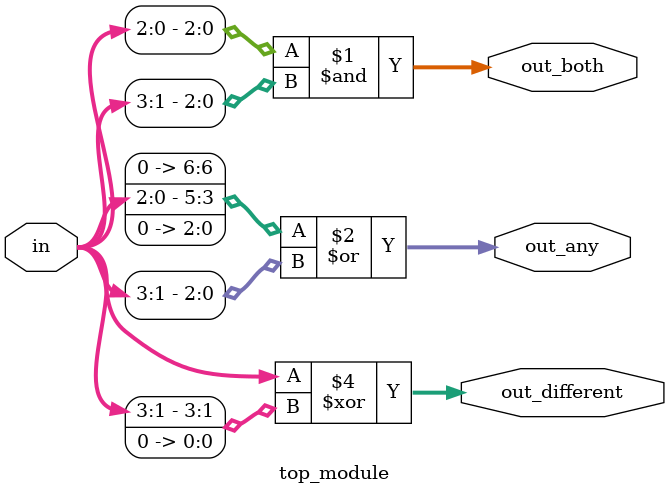
<source format=sv>
module top_module (
  input [3:0] in,
  output [2:0] out_both,
  output [6:0] out_any,
  output [3:0] out_different
);

  assign out_both = in[2:0] & in[3:1];
  assign out_any = {in[2:0], 3'b000} | in[3:1];
  assign out_different = in ^ (in[3:1] << 1'b1);

endmodule

</source>
